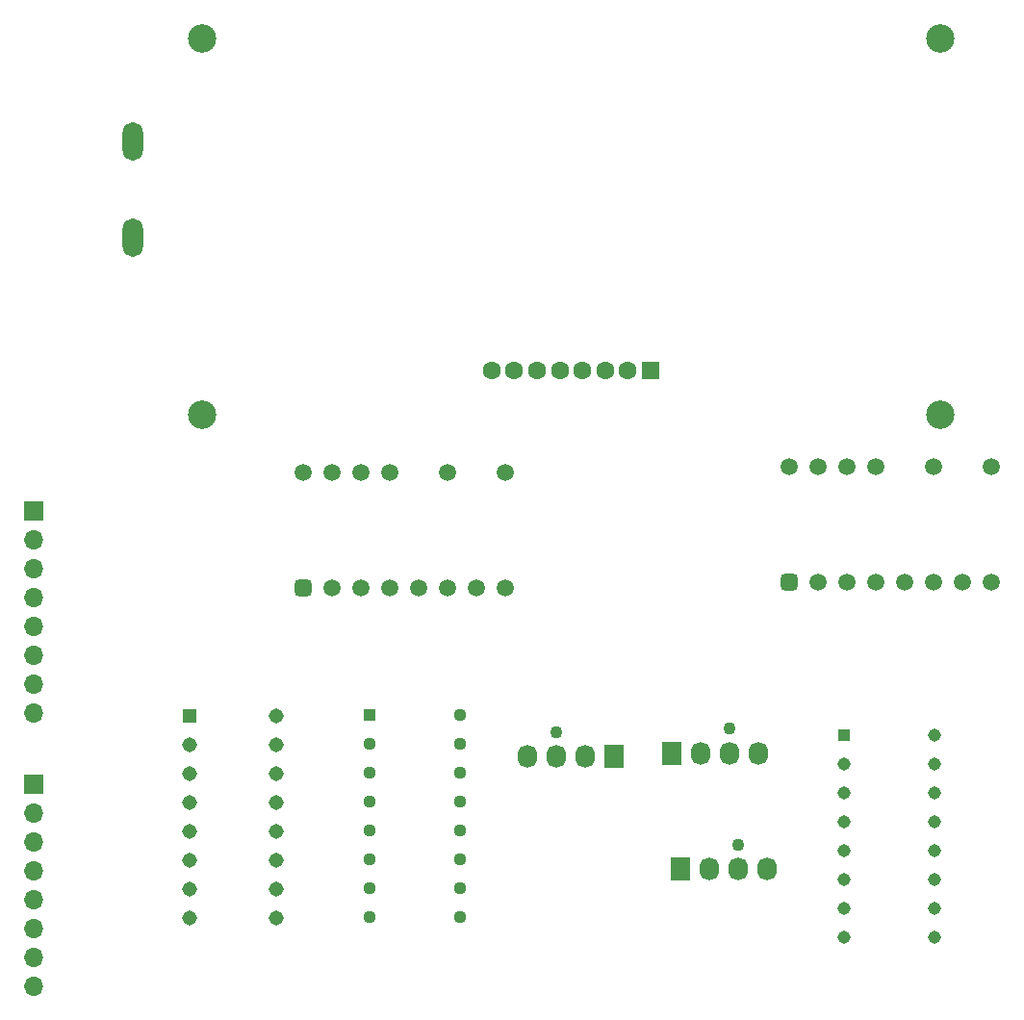
<source format=gbr>
%TF.GenerationSoftware,KiCad,Pcbnew,(6.0.7)*%
%TF.CreationDate,2022-10-31T18:54:20-05:00*%
%TF.ProjectId,senior_design,73656e69-6f72-45f6-9465-7369676e2e6b,rev?*%
%TF.SameCoordinates,Original*%
%TF.FileFunction,Soldermask,Top*%
%TF.FilePolarity,Negative*%
%FSLAX46Y46*%
G04 Gerber Fmt 4.6, Leading zero omitted, Abs format (unit mm)*
G04 Created by KiCad (PCBNEW (6.0.7)) date 2022-10-31 18:54:20*
%MOMM*%
%LPD*%
G01*
G04 APERTURE LIST*
G04 Aperture macros list*
%AMRoundRect*
0 Rectangle with rounded corners*
0 $1 Rounding radius*
0 $2 $3 $4 $5 $6 $7 $8 $9 X,Y pos of 4 corners*
0 Add a 4 corners polygon primitive as box body*
4,1,4,$2,$3,$4,$5,$6,$7,$8,$9,$2,$3,0*
0 Add four circle primitives for the rounded corners*
1,1,$1+$1,$2,$3*
1,1,$1+$1,$4,$5*
1,1,$1+$1,$6,$7*
1,1,$1+$1,$8,$9*
0 Add four rect primitives between the rounded corners*
20,1,$1+$1,$2,$3,$4,$5,0*
20,1,$1+$1,$4,$5,$6,$7,0*
20,1,$1+$1,$6,$7,$8,$9,0*
20,1,$1+$1,$8,$9,$2,$3,0*%
G04 Aperture macros list end*
%ADD10R,1.130000X1.130000*%
%ADD11C,1.130000*%
%ADD12R,1.700000X1.700000*%
%ADD13O,1.700000X1.700000*%
%ADD14RoundRect,0.375000X0.375000X-0.375000X0.375000X0.375000X-0.375000X0.375000X-0.375000X-0.375000X0*%
%ADD15C,1.500000*%
%ADD16C,1.100000*%
%ADD17R,1.730000X2.030000*%
%ADD18O,1.730000X2.030000*%
%ADD19R,1.140000X1.140000*%
%ADD20C,1.140000*%
%ADD21C,2.500000*%
%ADD22R,1.600000X1.600000*%
%ADD23C,1.600000*%
%ADD24O,1.800000X3.400000*%
%ADD25R,1.308000X1.308000*%
%ADD26C,1.308000*%
G04 APERTURE END LIST*
D10*
%TO.C,U3*%
X76887500Y-91440000D03*
D11*
X76887500Y-93980000D03*
X76887500Y-96520000D03*
X76887500Y-99060000D03*
X76887500Y-101600000D03*
X76887500Y-104140000D03*
X76887500Y-106680000D03*
X76887500Y-109220000D03*
X84827500Y-109220000D03*
X84827500Y-106680000D03*
X84827500Y-104140000D03*
X84827500Y-101600000D03*
X84827500Y-99060000D03*
X84827500Y-96520000D03*
X84827500Y-93980000D03*
X84827500Y-91440000D03*
%TD*%
D12*
%TO.C,J5*%
X47371000Y-73533000D03*
D13*
X47371000Y-76073000D03*
X47371000Y-78613000D03*
X47371000Y-81153000D03*
X47371000Y-83693000D03*
X47371000Y-86233000D03*
X47371000Y-88773000D03*
X47371000Y-91313000D03*
%TD*%
D14*
%TO.C,U6*%
X113792000Y-79756000D03*
D15*
X116332000Y-79756000D03*
X118872000Y-79756000D03*
X121412000Y-79756000D03*
X123952000Y-79756000D03*
X126492000Y-79756000D03*
X129032000Y-79756000D03*
X131572000Y-79756000D03*
X131572000Y-69596000D03*
X126492000Y-69596000D03*
X121412000Y-69596000D03*
X118872000Y-69596000D03*
X116332000Y-69596000D03*
X113792000Y-69596000D03*
%TD*%
D16*
%TO.C,J2*%
X108595000Y-92663000D03*
D17*
X103515000Y-94823000D03*
D18*
X106055000Y-94823000D03*
X108595000Y-94823000D03*
X111135000Y-94823000D03*
%TD*%
D19*
%TO.C,U5*%
X118668000Y-93218000D03*
D20*
X118668000Y-95758000D03*
X118668000Y-98298000D03*
X118668000Y-100838000D03*
X118668000Y-103378000D03*
X118668000Y-105918000D03*
X118668000Y-108458000D03*
X118668000Y-110998000D03*
X126608000Y-110998000D03*
X126608000Y-108458000D03*
X126608000Y-105918000D03*
X126608000Y-103378000D03*
X126608000Y-100838000D03*
X126608000Y-98298000D03*
X126608000Y-95758000D03*
X126608000Y-93218000D03*
%TD*%
D12*
%TO.C,J4*%
X47371000Y-97536000D03*
D13*
X47371000Y-100076000D03*
X47371000Y-102616000D03*
X47371000Y-105156000D03*
X47371000Y-107696000D03*
X47371000Y-110236000D03*
X47371000Y-112776000D03*
X47371000Y-115316000D03*
%TD*%
D14*
%TO.C,U4*%
X71051000Y-80296500D03*
D15*
X73591000Y-80296500D03*
X76131000Y-80296500D03*
X78671000Y-80296500D03*
X81211000Y-80296500D03*
X83751000Y-80296500D03*
X86291000Y-80296500D03*
X88831000Y-80296500D03*
X88831000Y-70136500D03*
X83751000Y-70136500D03*
X78671000Y-70136500D03*
X76131000Y-70136500D03*
X73591000Y-70136500D03*
X71051000Y-70136500D03*
%TD*%
D21*
%TO.C,U1*%
X127115000Y-65012000D03*
X62115000Y-65012000D03*
X62115000Y-31912000D03*
X127115000Y-31912000D03*
D22*
X101615000Y-61112000D03*
D23*
X99615000Y-61112000D03*
X97615000Y-61112000D03*
X95615000Y-61112000D03*
X93615000Y-61112000D03*
X91615000Y-61112000D03*
X89615000Y-61112000D03*
X87615000Y-61112000D03*
D24*
X56065000Y-49462000D03*
X56065000Y-40962000D03*
%TD*%
D25*
%TO.C,U2*%
X61087000Y-91567000D03*
D26*
X61087000Y-94107000D03*
X61087000Y-96647000D03*
X61087000Y-99187000D03*
X61087000Y-101727000D03*
X61087000Y-104267000D03*
X61087000Y-106807000D03*
X61087000Y-109347000D03*
X68707000Y-109347000D03*
X68707000Y-106807000D03*
X68707000Y-104267000D03*
X68707000Y-101727000D03*
X68707000Y-99187000D03*
X68707000Y-96647000D03*
X68707000Y-94107000D03*
X68707000Y-91567000D03*
%TD*%
D16*
%TO.C,J3*%
X109347000Y-102869000D03*
D17*
X104267000Y-105029000D03*
D18*
X106807000Y-105029000D03*
X109347000Y-105029000D03*
X111887000Y-105029000D03*
%TD*%
D16*
%TO.C,J1*%
X93345000Y-92963000D03*
D17*
X98425000Y-95123000D03*
D18*
X95885000Y-95123000D03*
X93345000Y-95123000D03*
X90805000Y-95123000D03*
%TD*%
M02*

</source>
